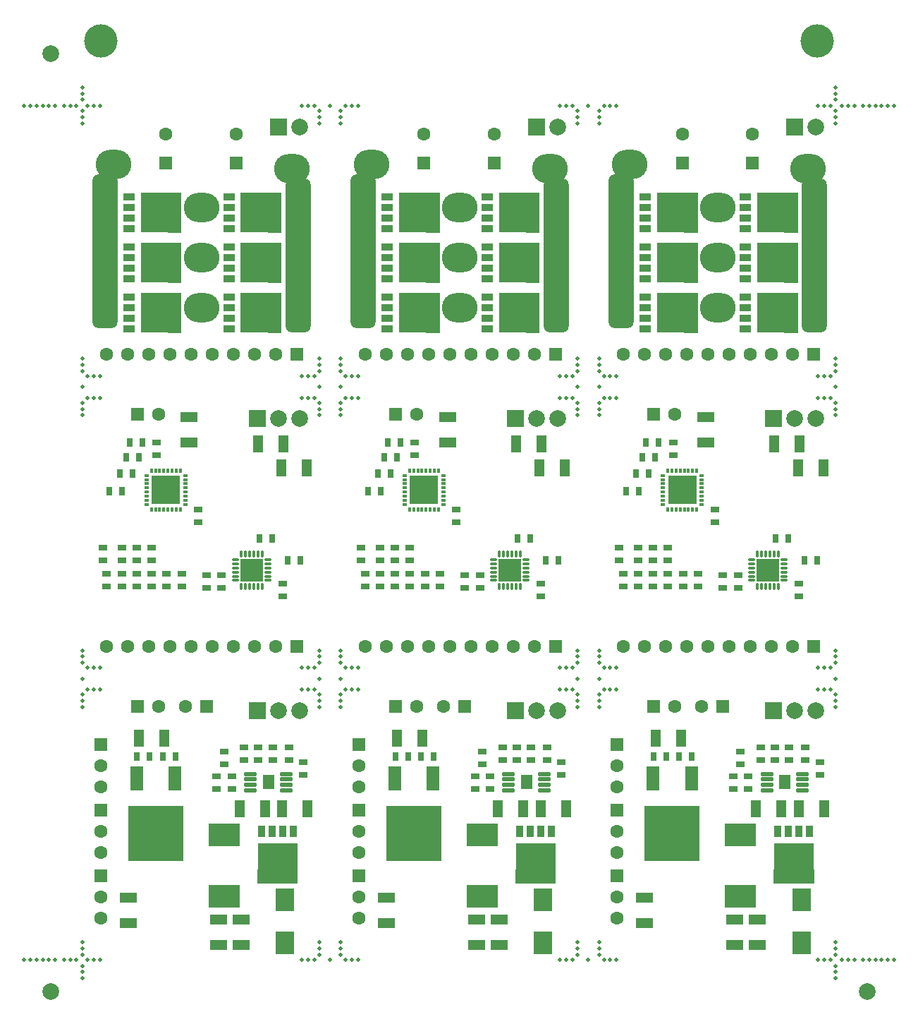
<source format=gts>
%TF.GenerationSoftware,KiCad,Pcbnew,6.0.4-6f826c9f35~116~ubuntu20.04.1*%
%TF.CreationDate,2022-04-22T17:02:12+02:00*%
%TF.ProjectId,crawl_esc_pan,63726177-6c5f-4657-9363-5f70616e2e6b,rev?*%
%TF.SameCoordinates,Original*%
%TF.FileFunction,Soldermask,Top*%
%TF.FilePolarity,Negative*%
%FSLAX46Y46*%
G04 Gerber Fmt 4.6, Leading zero omitted, Abs format (unit mm)*
G04 Created by KiCad (PCBNEW 6.0.4-6f826c9f35~116~ubuntu20.04.1) date 2022-04-22 17:02:12*
%MOMM*%
%LPD*%
G01*
G04 APERTURE LIST*
G04 Aperture macros list*
%AMRoundRect*
0 Rectangle with rounded corners*
0 $1 Rounding radius*
0 $2 $3 $4 $5 $6 $7 $8 $9 X,Y pos of 4 corners*
0 Add a 4 corners polygon primitive as box body*
4,1,4,$2,$3,$4,$5,$6,$7,$8,$9,$2,$3,0*
0 Add four circle primitives for the rounded corners*
1,1,$1+$1,$2,$3*
1,1,$1+$1,$4,$5*
1,1,$1+$1,$6,$7*
1,1,$1+$1,$8,$9*
0 Add four rect primitives between the rounded corners*
20,1,$1+$1,$2,$3,$4,$5,0*
20,1,$1+$1,$4,$5,$6,$7,0*
20,1,$1+$1,$6,$7,$8,$9,0*
20,1,$1+$1,$8,$9,$2,$3,0*%
G04 Aperture macros list end*
%ADD10C,0.000000*%
%ADD11O,4.300000X3.500000*%
%ADD12R,1.016000X0.762000*%
%ADD13C,0.500000*%
%ADD14R,2.006600X1.193800*%
%ADD15R,1.600200X1.600200*%
%ADD16C,1.600200*%
%ADD17C,4.000000*%
%ADD18R,0.762000X1.016000*%
%ADD19R,1.450000X0.850000*%
%ADD20R,1.050000X0.850000*%
%ADD21R,3.750000X4.700000*%
%ADD22R,2.000000X2.000000*%
%ADD23C,2.000000*%
%ADD24R,0.600000X0.300000*%
%ADD25R,0.300000X0.600000*%
%ADD26R,3.450000X3.450000*%
%ADD27RoundRect,0.060000X-0.675000X-0.180000X0.675000X-0.180000X0.675000X0.180000X-0.675000X0.180000X0*%
%ADD28R,1.425000X1.760000*%
%ADD29R,1.193800X2.006600*%
%ADD30R,1.600000X3.000000*%
%ADD31R,6.700000X6.700000*%
%ADD32R,3.810000X2.794000*%
%ADD33RoundRect,0.067500X-0.347500X-0.067500X0.347500X-0.067500X0.347500X0.067500X-0.347500X0.067500X0*%
%ADD34RoundRect,0.067500X0.067500X-0.347500X0.067500X0.347500X-0.067500X0.347500X-0.067500X-0.347500X0*%
%ADD35RoundRect,0.067500X0.347500X0.067500X-0.347500X0.067500X-0.347500X-0.067500X0.347500X-0.067500X0*%
%ADD36RoundRect,0.067500X-0.067500X0.347500X-0.067500X-0.347500X0.067500X-0.347500X0.067500X0.347500X0*%
%ADD37R,2.700000X2.700000*%
%ADD38RoundRect,0.750000X-0.750000X-8.500000X0.750000X-8.500000X0.750000X8.500000X-0.750000X8.500000X0*%
%ADD39R,0.850000X1.450000*%
%ADD40R,0.850000X1.050000*%
%ADD41R,4.700000X3.750000*%
%ADD42R,2.200000X2.700000*%
G04 APERTURE END LIST*
D10*
G36*
X73076098Y-66128597D02*
G01*
X71426100Y-66128597D01*
X71426100Y-65878597D01*
X68326100Y-65878597D01*
X68326100Y-61528597D01*
X71426100Y-61528597D01*
X71426100Y-61278597D01*
X73076098Y-61278597D01*
X73076098Y-66128597D01*
G37*
G36*
X117930642Y-132528376D02*
G01*
X117080642Y-132528376D01*
X117080642Y-131228376D01*
X117930642Y-131228376D01*
X117930642Y-132528376D01*
G37*
G36*
X146390642Y-132528376D02*
G01*
X145540642Y-132528376D01*
X145540642Y-131228376D01*
X146390642Y-131228376D01*
X146390642Y-132528376D01*
G37*
G36*
X135076098Y-72128597D02*
G01*
X133426100Y-72128597D01*
X133426100Y-71878597D01*
X130326100Y-71878597D01*
X130326100Y-67528597D01*
X133426100Y-67528597D01*
X133426100Y-67278599D01*
X135076098Y-67278599D01*
X135076098Y-72128597D01*
G37*
G36*
X67426100Y-57493599D02*
G01*
X66126100Y-57493599D01*
X66126100Y-56643599D01*
X67426100Y-56643599D01*
X67426100Y-57493599D01*
G37*
G36*
X79426100Y-57493599D02*
G01*
X78126100Y-57493599D01*
X78126100Y-56643599D01*
X79426100Y-56643599D01*
X79426100Y-57493599D01*
G37*
G36*
X135076098Y-60128597D02*
G01*
X133426100Y-60128597D01*
X133426100Y-59878597D01*
X130326100Y-59878597D01*
X130326100Y-55528599D01*
X133426100Y-55528599D01*
X133426100Y-55278600D01*
X135076098Y-55278600D01*
X135076098Y-60128597D01*
G37*
G36*
X67426100Y-56223599D02*
G01*
X66126100Y-56223599D01*
X66126100Y-55373599D01*
X67426100Y-55373599D01*
X67426100Y-56223599D01*
G37*
G36*
X79426100Y-58763599D02*
G01*
X78126100Y-58763599D01*
X78126100Y-57913599D01*
X79426100Y-57913599D01*
X79426100Y-58763599D01*
G37*
G36*
X129426100Y-56223599D02*
G01*
X128126100Y-56223599D01*
X128126100Y-55373599D01*
X129426100Y-55373599D01*
X129426100Y-56223599D01*
G37*
G36*
X141426100Y-62223597D02*
G01*
X140126100Y-62223597D01*
X140126100Y-61373597D01*
X141426100Y-61373597D01*
X141426100Y-62223597D01*
G37*
G36*
X67426100Y-72033597D02*
G01*
X66126100Y-72033597D01*
X66126100Y-71183597D01*
X67426100Y-71183597D01*
X67426100Y-72033597D01*
G37*
G36*
X98426100Y-58763599D02*
G01*
X97126100Y-58763599D01*
X97126100Y-57913599D01*
X98426100Y-57913599D01*
X98426100Y-58763599D01*
G37*
G36*
X110426100Y-66033597D02*
G01*
X109126100Y-66033597D01*
X109126100Y-65183597D01*
X110426100Y-65183597D01*
X110426100Y-66033597D01*
G37*
G36*
X148775642Y-136528376D02*
G01*
X149025642Y-136528376D01*
X149025642Y-138178376D01*
X144175642Y-138178376D01*
X144175642Y-136528376D01*
X144425642Y-136528376D01*
X144425642Y-133428378D01*
X148775642Y-133428378D01*
X148775642Y-136528376D01*
G37*
G36*
X117775642Y-136528376D02*
G01*
X118025642Y-136528376D01*
X118025642Y-138178376D01*
X113175642Y-138178376D01*
X113175642Y-136528376D01*
X113425642Y-136528376D01*
X113425642Y-133428378D01*
X117775642Y-133428378D01*
X117775642Y-136528376D01*
G37*
G36*
X67426100Y-70763597D02*
G01*
X66126100Y-70763597D01*
X66126100Y-69913597D01*
X67426100Y-69913597D01*
X67426100Y-70763597D01*
G37*
G36*
X98426100Y-57493599D02*
G01*
X97126100Y-57493599D01*
X97126100Y-56643599D01*
X98426100Y-56643599D01*
X98426100Y-57493599D01*
G37*
G36*
X141426100Y-63493597D02*
G01*
X140126100Y-63493597D01*
X140126100Y-62643597D01*
X141426100Y-62643597D01*
X141426100Y-63493597D01*
G37*
G36*
X141426100Y-60033599D02*
G01*
X140126100Y-60033599D01*
X140126100Y-59183599D01*
X141426100Y-59183599D01*
X141426100Y-60033599D01*
G37*
G36*
X98426100Y-69493597D02*
G01*
X97126100Y-69493597D01*
X97126100Y-68643597D01*
X98426100Y-68643597D01*
X98426100Y-69493597D01*
G37*
G36*
X84390642Y-132528376D02*
G01*
X83540642Y-132528376D01*
X83540642Y-131228376D01*
X84390642Y-131228376D01*
X84390642Y-132528376D01*
G37*
G36*
X110426100Y-56223599D02*
G01*
X109126100Y-56223599D01*
X109126100Y-55373599D01*
X110426100Y-55373599D01*
X110426100Y-56223599D01*
G37*
G36*
X104076098Y-72128597D02*
G01*
X102426100Y-72128597D01*
X102426100Y-71878597D01*
X99326100Y-71878597D01*
X99326100Y-67528597D01*
X102426100Y-67528597D01*
X102426100Y-67278599D01*
X104076098Y-67278599D01*
X104076098Y-72128597D01*
G37*
G36*
X129426100Y-66033597D02*
G01*
X128126100Y-66033597D01*
X128126100Y-65183597D01*
X129426100Y-65183597D01*
X129426100Y-66033597D01*
G37*
G36*
X67426100Y-60033599D02*
G01*
X66126100Y-60033599D01*
X66126100Y-59183599D01*
X67426100Y-59183599D01*
X67426100Y-60033599D01*
G37*
G36*
X86930642Y-132528376D02*
G01*
X86080642Y-132528376D01*
X86080642Y-131228376D01*
X86930642Y-131228376D01*
X86930642Y-132528376D01*
G37*
G36*
X79426100Y-70763597D02*
G01*
X78126100Y-70763597D01*
X78126100Y-69913597D01*
X79426100Y-69913597D01*
X79426100Y-70763597D01*
G37*
G36*
X141426100Y-64763597D02*
G01*
X140126100Y-64763597D01*
X140126100Y-63913597D01*
X141426100Y-63913597D01*
X141426100Y-64763597D01*
G37*
G36*
X147660642Y-132528376D02*
G01*
X146810642Y-132528376D01*
X146810642Y-131228376D01*
X147660642Y-131228376D01*
X147660642Y-132528376D01*
G37*
G36*
X79426100Y-69493597D02*
G01*
X78126100Y-69493597D01*
X78126100Y-68643597D01*
X79426100Y-68643597D01*
X79426100Y-69493597D01*
G37*
G36*
X115390642Y-132528376D02*
G01*
X114540642Y-132528376D01*
X114540642Y-131228376D01*
X115390642Y-131228376D01*
X115390642Y-132528376D01*
G37*
G36*
X79426100Y-60033599D02*
G01*
X78126100Y-60033599D01*
X78126100Y-59183599D01*
X79426100Y-59183599D01*
X79426100Y-60033599D01*
G37*
G36*
X79426100Y-64763597D02*
G01*
X78126100Y-64763597D01*
X78126100Y-63913597D01*
X79426100Y-63913597D01*
X79426100Y-64763597D01*
G37*
G36*
X67426100Y-66033597D02*
G01*
X66126100Y-66033597D01*
X66126100Y-65183597D01*
X67426100Y-65183597D01*
X67426100Y-66033597D01*
G37*
G36*
X116076100Y-60128597D02*
G01*
X114426100Y-60128597D01*
X114426100Y-59878597D01*
X111326100Y-59878597D01*
X111326100Y-55528599D01*
X114426100Y-55528599D01*
X114426100Y-55278600D01*
X116076100Y-55278600D01*
X116076100Y-60128597D01*
G37*
G36*
X129426100Y-69493597D02*
G01*
X128126100Y-69493597D01*
X128126100Y-68643597D01*
X129426100Y-68643597D01*
X129426100Y-69493597D01*
G37*
G36*
X85076100Y-66128597D02*
G01*
X83426100Y-66128597D01*
X83426100Y-65878597D01*
X80326100Y-65878597D01*
X80326100Y-61528597D01*
X83426100Y-61528597D01*
X83426100Y-61278597D01*
X85076100Y-61278597D01*
X85076100Y-66128597D01*
G37*
G36*
X129426100Y-62223597D02*
G01*
X128126100Y-62223597D01*
X128126100Y-61373597D01*
X129426100Y-61373597D01*
X129426100Y-62223597D01*
G37*
G36*
X110426100Y-60033599D02*
G01*
X109126100Y-60033599D01*
X109126100Y-59183599D01*
X110426100Y-59183599D01*
X110426100Y-60033599D01*
G37*
G36*
X67426100Y-58763599D02*
G01*
X66126100Y-58763599D01*
X66126100Y-57913599D01*
X67426100Y-57913599D01*
X67426100Y-58763599D01*
G37*
G36*
X79426100Y-72033597D02*
G01*
X78126100Y-72033597D01*
X78126100Y-71183597D01*
X79426100Y-71183597D01*
X79426100Y-72033597D01*
G37*
G36*
X85076100Y-72128597D02*
G01*
X83426100Y-72128597D01*
X83426100Y-71878597D01*
X80326100Y-71878597D01*
X80326100Y-67528597D01*
X83426100Y-67528597D01*
X83426100Y-67278599D01*
X85076100Y-67278599D01*
X85076100Y-72128597D01*
G37*
G36*
X98426100Y-62223597D02*
G01*
X97126100Y-62223597D01*
X97126100Y-61373597D01*
X98426100Y-61373597D01*
X98426100Y-62223597D01*
G37*
G36*
X73076098Y-72128597D02*
G01*
X71426100Y-72128597D01*
X71426100Y-71878597D01*
X68326100Y-71878597D01*
X68326100Y-67528597D01*
X71426100Y-67528597D01*
X71426100Y-67278599D01*
X73076098Y-67278599D01*
X73076098Y-72128597D01*
G37*
G36*
X110426100Y-68223597D02*
G01*
X109126100Y-68223597D01*
X109126100Y-67373597D01*
X110426100Y-67373597D01*
X110426100Y-68223597D01*
G37*
G36*
X98426100Y-60033599D02*
G01*
X97126100Y-60033599D01*
X97126100Y-59183599D01*
X98426100Y-59183599D01*
X98426100Y-60033599D01*
G37*
G36*
X79426100Y-66033597D02*
G01*
X78126100Y-66033597D01*
X78126100Y-65183597D01*
X79426100Y-65183597D01*
X79426100Y-66033597D01*
G37*
G36*
X141426100Y-66033597D02*
G01*
X140126100Y-66033597D01*
X140126100Y-65183597D01*
X141426100Y-65183597D01*
X141426100Y-66033597D01*
G37*
G36*
X98426100Y-66033597D02*
G01*
X97126100Y-66033597D01*
X97126100Y-65183597D01*
X98426100Y-65183597D01*
X98426100Y-66033597D01*
G37*
G36*
X67426100Y-63493597D02*
G01*
X66126100Y-63493597D01*
X66126100Y-62643597D01*
X67426100Y-62643597D01*
X67426100Y-63493597D01*
G37*
G36*
X79426100Y-63493597D02*
G01*
X78126100Y-63493597D01*
X78126100Y-62643597D01*
X79426100Y-62643597D01*
X79426100Y-63493597D01*
G37*
G36*
X129426100Y-72033597D02*
G01*
X128126100Y-72033597D01*
X128126100Y-71183597D01*
X129426100Y-71183597D01*
X129426100Y-72033597D01*
G37*
G36*
X116076100Y-66128597D02*
G01*
X114426100Y-66128597D01*
X114426100Y-65878597D01*
X111326100Y-65878597D01*
X111326100Y-61528597D01*
X114426100Y-61528597D01*
X114426100Y-61278597D01*
X116076100Y-61278597D01*
X116076100Y-66128597D01*
G37*
G36*
X104076098Y-66128597D02*
G01*
X102426100Y-66128597D01*
X102426100Y-65878597D01*
X99326100Y-65878597D01*
X99326100Y-61528597D01*
X102426100Y-61528597D01*
X102426100Y-61278597D01*
X104076098Y-61278597D01*
X104076098Y-66128597D01*
G37*
G36*
X141426100Y-58763599D02*
G01*
X140126100Y-58763599D01*
X140126100Y-57913599D01*
X141426100Y-57913599D01*
X141426100Y-58763599D01*
G37*
G36*
X141426100Y-68223597D02*
G01*
X140126100Y-68223597D01*
X140126100Y-67373597D01*
X141426100Y-67373597D01*
X141426100Y-68223597D01*
G37*
G36*
X79426100Y-56223599D02*
G01*
X78126100Y-56223599D01*
X78126100Y-55373599D01*
X79426100Y-55373599D01*
X79426100Y-56223599D01*
G37*
G36*
X110426100Y-69493597D02*
G01*
X109126100Y-69493597D01*
X109126100Y-68643597D01*
X110426100Y-68643597D01*
X110426100Y-69493597D01*
G37*
G36*
X110426100Y-58763599D02*
G01*
X109126100Y-58763599D01*
X109126100Y-57913599D01*
X110426100Y-57913599D01*
X110426100Y-58763599D01*
G37*
G36*
X98426100Y-72033597D02*
G01*
X97126100Y-72033597D01*
X97126100Y-71183597D01*
X98426100Y-71183597D01*
X98426100Y-72033597D01*
G37*
G36*
X98426100Y-68223597D02*
G01*
X97126100Y-68223597D01*
X97126100Y-67373597D01*
X98426100Y-67373597D01*
X98426100Y-68223597D01*
G37*
G36*
X83120642Y-132528376D02*
G01*
X82270642Y-132528376D01*
X82270642Y-131228376D01*
X83120642Y-131228376D01*
X83120642Y-132528376D01*
G37*
G36*
X110426100Y-57493599D02*
G01*
X109126100Y-57493599D01*
X109126100Y-56643599D01*
X110426100Y-56643599D01*
X110426100Y-57493599D01*
G37*
G36*
X116660642Y-132528376D02*
G01*
X115810642Y-132528376D01*
X115810642Y-131228376D01*
X116660642Y-131228376D01*
X116660642Y-132528376D01*
G37*
G36*
X141426100Y-72033597D02*
G01*
X140126100Y-72033597D01*
X140126100Y-71183597D01*
X141426100Y-71183597D01*
X141426100Y-72033597D01*
G37*
G36*
X73076098Y-60128597D02*
G01*
X71426100Y-60128597D01*
X71426100Y-59878597D01*
X68326100Y-59878597D01*
X68326100Y-55528599D01*
X71426100Y-55528599D01*
X71426100Y-55278600D01*
X73076098Y-55278600D01*
X73076098Y-60128597D01*
G37*
G36*
X147076100Y-60128597D02*
G01*
X145426100Y-60128597D01*
X145426100Y-59878597D01*
X142326100Y-59878597D01*
X142326100Y-55528599D01*
X145426100Y-55528599D01*
X145426100Y-55278600D01*
X147076100Y-55278600D01*
X147076100Y-60128597D01*
G37*
G36*
X67426100Y-64763597D02*
G01*
X66126100Y-64763597D01*
X66126100Y-63913597D01*
X67426100Y-63913597D01*
X67426100Y-64763597D01*
G37*
G36*
X129426100Y-57493599D02*
G01*
X128126100Y-57493599D01*
X128126100Y-56643599D01*
X129426100Y-56643599D01*
X129426100Y-57493599D01*
G37*
G36*
X141426100Y-70763597D02*
G01*
X140126100Y-70763597D01*
X140126100Y-69913597D01*
X141426100Y-69913597D01*
X141426100Y-70763597D01*
G37*
G36*
X145120642Y-132528376D02*
G01*
X144270642Y-132528376D01*
X144270642Y-131228376D01*
X145120642Y-131228376D01*
X145120642Y-132528376D01*
G37*
G36*
X110426100Y-64763597D02*
G01*
X109126100Y-64763597D01*
X109126100Y-63913597D01*
X110426100Y-63913597D01*
X110426100Y-64763597D01*
G37*
G36*
X104076098Y-60128597D02*
G01*
X102426100Y-60128597D01*
X102426100Y-59878597D01*
X99326100Y-59878597D01*
X99326100Y-55528599D01*
X102426100Y-55528599D01*
X102426100Y-55278600D01*
X104076098Y-55278600D01*
X104076098Y-60128597D01*
G37*
G36*
X147076100Y-66128597D02*
G01*
X145426100Y-66128597D01*
X145426100Y-65878597D01*
X142326100Y-65878597D01*
X142326100Y-61528597D01*
X145426100Y-61528597D01*
X145426100Y-61278597D01*
X147076100Y-61278597D01*
X147076100Y-66128597D01*
G37*
G36*
X110426100Y-70763597D02*
G01*
X109126100Y-70763597D01*
X109126100Y-69913597D01*
X110426100Y-69913597D01*
X110426100Y-70763597D01*
G37*
G36*
X116076100Y-72128597D02*
G01*
X114426100Y-72128597D01*
X114426100Y-71878597D01*
X111326100Y-71878597D01*
X111326100Y-67528597D01*
X114426100Y-67528597D01*
X114426100Y-67278599D01*
X116076100Y-67278599D01*
X116076100Y-72128597D01*
G37*
G36*
X98426100Y-63493597D02*
G01*
X97126100Y-63493597D01*
X97126100Y-62643597D01*
X98426100Y-62643597D01*
X98426100Y-63493597D01*
G37*
G36*
X129426100Y-64763597D02*
G01*
X128126100Y-64763597D01*
X128126100Y-63913597D01*
X129426100Y-63913597D01*
X129426100Y-64763597D01*
G37*
G36*
X67426100Y-69493597D02*
G01*
X66126100Y-69493597D01*
X66126100Y-68643597D01*
X67426100Y-68643597D01*
X67426100Y-69493597D01*
G37*
G36*
X141426100Y-69493597D02*
G01*
X140126100Y-69493597D01*
X140126100Y-68643597D01*
X141426100Y-68643597D01*
X141426100Y-69493597D01*
G37*
G36*
X148930642Y-132528376D02*
G01*
X148080642Y-132528376D01*
X148080642Y-131228376D01*
X148930642Y-131228376D01*
X148930642Y-132528376D01*
G37*
G36*
X129426100Y-70763597D02*
G01*
X128126100Y-70763597D01*
X128126100Y-69913597D01*
X129426100Y-69913597D01*
X129426100Y-70763597D01*
G37*
G36*
X85660642Y-132528376D02*
G01*
X84810642Y-132528376D01*
X84810642Y-131228376D01*
X85660642Y-131228376D01*
X85660642Y-132528376D01*
G37*
G36*
X98426100Y-56223599D02*
G01*
X97126100Y-56223599D01*
X97126100Y-55373599D01*
X98426100Y-55373599D01*
X98426100Y-56223599D01*
G37*
G36*
X141426100Y-57493599D02*
G01*
X140126100Y-57493599D01*
X140126100Y-56643599D01*
X141426100Y-56643599D01*
X141426100Y-57493599D01*
G37*
G36*
X129426100Y-63493597D02*
G01*
X128126100Y-63493597D01*
X128126100Y-62643597D01*
X129426100Y-62643597D01*
X129426100Y-63493597D01*
G37*
G36*
X110426100Y-63493597D02*
G01*
X109126100Y-63493597D01*
X109126100Y-62643597D01*
X110426100Y-62643597D01*
X110426100Y-63493597D01*
G37*
G36*
X110426100Y-62223597D02*
G01*
X109126100Y-62223597D01*
X109126100Y-61373597D01*
X110426100Y-61373597D01*
X110426100Y-62223597D01*
G37*
G36*
X79426100Y-68223597D02*
G01*
X78126100Y-68223597D01*
X78126100Y-67373597D01*
X79426100Y-67373597D01*
X79426100Y-68223597D01*
G37*
G36*
X86775642Y-136528376D02*
G01*
X87025642Y-136528376D01*
X87025642Y-138178376D01*
X82175642Y-138178376D01*
X82175642Y-136528376D01*
X82425642Y-136528376D01*
X82425642Y-133428378D01*
X86775642Y-133428378D01*
X86775642Y-136528376D01*
G37*
G36*
X129426100Y-58763599D02*
G01*
X128126100Y-58763599D01*
X128126100Y-57913599D01*
X129426100Y-57913599D01*
X129426100Y-58763599D01*
G37*
G36*
X129426100Y-60033599D02*
G01*
X128126100Y-60033599D01*
X128126100Y-59183599D01*
X129426100Y-59183599D01*
X129426100Y-60033599D01*
G37*
G36*
X79426100Y-62223597D02*
G01*
X78126100Y-62223597D01*
X78126100Y-61373597D01*
X79426100Y-61373597D01*
X79426100Y-62223597D01*
G37*
G36*
X67426100Y-68223597D02*
G01*
X66126100Y-68223597D01*
X66126100Y-67373597D01*
X67426100Y-67373597D01*
X67426100Y-68223597D01*
G37*
G36*
X67426100Y-62223597D02*
G01*
X66126100Y-62223597D01*
X66126100Y-61373597D01*
X67426100Y-61373597D01*
X67426100Y-62223597D01*
G37*
G36*
X98426100Y-64763597D02*
G01*
X97126100Y-64763597D01*
X97126100Y-63913597D01*
X98426100Y-63913597D01*
X98426100Y-64763597D01*
G37*
G36*
X147076100Y-72128597D02*
G01*
X145426100Y-72128597D01*
X145426100Y-71878597D01*
X142326100Y-71878597D01*
X142326100Y-67528597D01*
X145426100Y-67528597D01*
X145426100Y-67278599D01*
X147076100Y-67278599D01*
X147076100Y-72128597D01*
G37*
G36*
X110426100Y-72033597D02*
G01*
X109126100Y-72033597D01*
X109126100Y-71183597D01*
X110426100Y-71183597D01*
X110426100Y-72033597D01*
G37*
G36*
X141426100Y-56223599D02*
G01*
X140126100Y-56223599D01*
X140126100Y-55373599D01*
X141426100Y-55373599D01*
X141426100Y-56223599D01*
G37*
G36*
X129426100Y-68223597D02*
G01*
X128126100Y-68223597D01*
X128126100Y-67373597D01*
X129426100Y-67373597D01*
X129426100Y-68223597D01*
G37*
G36*
X85076100Y-60128597D02*
G01*
X83426100Y-60128597D01*
X83426100Y-59878597D01*
X80326100Y-59878597D01*
X80326100Y-55528599D01*
X83426100Y-55528599D01*
X83426100Y-55278600D01*
X85076100Y-55278600D01*
X85076100Y-60128597D01*
G37*
G36*
X114120642Y-132528376D02*
G01*
X113270642Y-132528376D01*
X113270642Y-131228376D01*
X114120642Y-131228376D01*
X114120642Y-132528376D01*
G37*
G36*
X98426100Y-70763597D02*
G01*
X97126100Y-70763597D01*
X97126100Y-69913597D01*
X98426100Y-69913597D01*
X98426100Y-70763597D01*
G37*
G36*
X135076098Y-66128597D02*
G01*
X133426100Y-66128597D01*
X133426100Y-65878597D01*
X130326100Y-65878597D01*
X130326100Y-61528597D01*
X133426100Y-61528597D01*
X133426100Y-61278597D01*
X135076098Y-61278597D01*
X135076098Y-66128597D01*
G37*
D11*
%TO.C,TP3*%
X106501100Y-69068597D03*
%TD*%
D12*
%TO.C,C14*%
X85196516Y-103725672D03*
X85196516Y-102201672D03*
%TD*%
D13*
%TO.C,*%
X154901100Y-147303599D03*
%TD*%
D12*
%TO.C,R3*%
X108300644Y-126865376D03*
X108300644Y-125341376D03*
%TD*%
%TO.C,C8*%
X75096516Y-94825672D03*
X75096516Y-93301672D03*
%TD*%
D14*
%TO.C,C11*%
X128700642Y-139879378D03*
X128700642Y-142927378D03*
%TD*%
D13*
%TO.C,*%
X57151100Y-44903599D03*
%TD*%
D15*
%TO.C,ST2*%
X86961100Y-109703597D03*
D16*
X84421100Y-109703597D03*
X81881100Y-109703597D03*
X79341100Y-109703597D03*
X76801100Y-109703597D03*
X74261100Y-109703597D03*
X71721100Y-109703597D03*
X69181100Y-109703597D03*
X66641100Y-109703597D03*
X64101100Y-109703597D03*
%TD*%
D17*
%TO.C,*%
X149401100Y-37103599D03*
%TD*%
D18*
%TO.C,C12*%
X70838642Y-122903376D03*
X72362642Y-122903376D03*
%TD*%
D19*
%TO.C,Q1*%
X78751100Y-67798597D03*
X78751100Y-69068597D03*
X78751100Y-70338597D03*
X78751100Y-71608597D03*
D20*
X84451100Y-71608597D03*
X84451100Y-70338597D03*
X84451100Y-69068597D03*
X84451100Y-67798597D03*
D21*
X82051100Y-69703597D03*
%TD*%
D13*
%TO.C,*%
X55651100Y-147303599D03*
%TD*%
D12*
%TO.C,C8*%
X141100642Y-125341376D03*
X141100642Y-126865376D03*
%TD*%
D18*
%TO.C,C10*%
X128834516Y-85263672D03*
X130358516Y-85263672D03*
%TD*%
D12*
%TO.C,C1*%
X149700644Y-125165376D03*
X149700644Y-123641376D03*
%TD*%
D15*
%TO.C,ST5*%
X63400644Y-137263376D03*
D16*
X63400644Y-139803376D03*
X63400644Y-142343376D03*
%TD*%
D11*
%TO.C,TP3*%
X137501100Y-69068597D03*
%TD*%
D12*
%TO.C,C12*%
X139896515Y-102725672D03*
X139896515Y-101201672D03*
%TD*%
D18*
%TO.C,C7*%
X65672516Y-88963672D03*
X67196516Y-88963672D03*
%TD*%
D22*
%TO.C,ST1*%
X82186517Y-82403599D03*
D23*
X84726517Y-82403599D03*
X87266517Y-82403599D03*
%TD*%
D18*
%TO.C,C16*%
X83958517Y-96763672D03*
X82434517Y-96763672D03*
%TD*%
D13*
%TO.C,*%
X54151100Y-44903599D03*
%TD*%
D14*
%TO.C,C17*%
X108500644Y-142479378D03*
X108500644Y-145527378D03*
%TD*%
D12*
%TO.C,R3*%
X77300644Y-126865376D03*
X77300644Y-125341376D03*
%TD*%
%TO.C,R12*%
X69496517Y-102525670D03*
X69496517Y-101001670D03*
%TD*%
D24*
%TO.C,IC2*%
X68846516Y-89213672D03*
X68846516Y-89713671D03*
X68846516Y-90213670D03*
X68846516Y-90713671D03*
X68846516Y-91213670D03*
X68846516Y-91713672D03*
X68846516Y-92213671D03*
X68846516Y-92713670D03*
D25*
X69446517Y-93313671D03*
X69946516Y-93313671D03*
X70446515Y-93313671D03*
X70946517Y-93313671D03*
X71446516Y-93313671D03*
X71946517Y-93313671D03*
X72446516Y-93313671D03*
X72946515Y-93313671D03*
D24*
X73546516Y-92713670D03*
X73546516Y-92213671D03*
X73546516Y-91713672D03*
X73546516Y-91213670D03*
X73546516Y-90713671D03*
X73546516Y-90213670D03*
X73546516Y-89713671D03*
X73546516Y-89213672D03*
D25*
X72946515Y-88613671D03*
X72446516Y-88613671D03*
X71946517Y-88613671D03*
X71446516Y-88613671D03*
X70946517Y-88613671D03*
X70446515Y-88613671D03*
X69946516Y-88613671D03*
X69446517Y-88613671D03*
D26*
X71196516Y-90963671D03*
%TD*%
D14*
%TO.C,C16*%
X80200644Y-142479378D03*
X80200644Y-145527378D03*
%TD*%
D27*
%TO.C,IC2*%
X112350642Y-125028379D03*
X112350642Y-125678378D03*
X112350642Y-126328379D03*
X112350642Y-126978378D03*
X116650642Y-126978378D03*
X116650642Y-126328379D03*
X116650642Y-125678378D03*
X116650642Y-125028379D03*
D28*
X114500642Y-126003379D03*
%TD*%
D23*
%TO.C,*%
X57401100Y-38603599D03*
%TD*%
D15*
%TO.C,ST3*%
X94400644Y-121503378D03*
D16*
X94400644Y-124043378D03*
X94400644Y-126583378D03*
%TD*%
D13*
%TO.C,*%
X54901100Y-44903599D03*
%TD*%
D29*
%TO.C,C2*%
X147292274Y-85403597D03*
X144244274Y-85403597D03*
%TD*%
D12*
%TO.C,R12*%
X131496517Y-102525670D03*
X131496517Y-101001670D03*
%TD*%
D13*
%TO.C,*%
X61201100Y-146703599D03*
X61201100Y-149553599D03*
X63301100Y-147303599D03*
X61201100Y-148053599D03*
X61201100Y-148803599D03*
X58951100Y-147303599D03*
X60451100Y-147303599D03*
X62551100Y-147303599D03*
X61201100Y-145953599D03*
X61201100Y-145203599D03*
X59701100Y-147303599D03*
X61801100Y-147303599D03*
%TD*%
D30*
%TO.C,IC1*%
X134300644Y-125553376D03*
D31*
X132000644Y-132203376D03*
D30*
X129700642Y-125553376D03*
%TD*%
D18*
%TO.C,C12*%
X101838642Y-122903376D03*
X103362642Y-122903376D03*
%TD*%
D11*
%TO.C,TP1*%
X86301100Y-52403599D03*
%TD*%
D13*
%TO.C,*%
X56401100Y-44903599D03*
%TD*%
D18*
%TO.C,R1*%
X97434516Y-87063671D03*
X98958516Y-87063671D03*
%TD*%
D13*
%TO.C,*%
X158651100Y-147303599D03*
%TD*%
%TO.C,*%
X94301100Y-147303599D03*
X89601100Y-145953599D03*
X92201100Y-145953599D03*
X92201100Y-145203599D03*
X89001100Y-147303599D03*
X90901100Y-147303599D03*
X87501100Y-147303599D03*
X93551100Y-147303599D03*
X89601100Y-145203599D03*
X92201100Y-146703599D03*
X88251100Y-147303599D03*
X89601100Y-146703599D03*
X92801100Y-147303599D03*
%TD*%
D22*
%TO.C,ST1*%
X144186644Y-117403378D03*
D23*
X146726644Y-117403378D03*
X149266644Y-117403378D03*
%TD*%
D32*
%TO.C,D1*%
X140200642Y-132320376D03*
X140200642Y-139686376D03*
%TD*%
D18*
%TO.C,C9*%
X95434515Y-91063671D03*
X96958515Y-91063671D03*
%TD*%
D12*
%TO.C,C14*%
X116196516Y-103725672D03*
X116196516Y-102201672D03*
%TD*%
D33*
%TO.C,IC3*%
X141556515Y-99313672D03*
X141556515Y-99813671D03*
X141556515Y-100313673D03*
X141556515Y-100813672D03*
X141556515Y-101313673D03*
X141556515Y-101813672D03*
D34*
X142246516Y-102503673D03*
X142746515Y-102503673D03*
X143246516Y-102503673D03*
X143746515Y-102503673D03*
X144246517Y-102503673D03*
X144746516Y-102503673D03*
D35*
X145436517Y-101813672D03*
X145436517Y-101313673D03*
X145436517Y-100813672D03*
X145436517Y-100313673D03*
X145436517Y-99813671D03*
X145436517Y-99313672D03*
D36*
X144746516Y-98623671D03*
X144246517Y-98623671D03*
X143746515Y-98623671D03*
X143246516Y-98623671D03*
X142746515Y-98623671D03*
X142246516Y-98623671D03*
D37*
X143496516Y-100563672D03*
%TD*%
D13*
%TO.C,*%
X54151100Y-147303599D03*
%TD*%
D15*
%TO.C,C1*%
X102201100Y-51753597D03*
D16*
X102201100Y-48253600D03*
%TD*%
D12*
%TO.C,R2*%
X111600642Y-121841378D03*
X111600642Y-123365378D03*
%TD*%
%TO.C,R13*%
X73096515Y-102525670D03*
X73096515Y-101001670D03*
%TD*%
D33*
%TO.C,IC3*%
X110556515Y-99313672D03*
X110556515Y-99813671D03*
X110556515Y-100313673D03*
X110556515Y-100813672D03*
X110556515Y-101313673D03*
X110556515Y-101813672D03*
D34*
X111246516Y-102503673D03*
X111746515Y-102503673D03*
X112246516Y-102503673D03*
X112746515Y-102503673D03*
X113246517Y-102503673D03*
X113746516Y-102503673D03*
D35*
X114436517Y-101813672D03*
X114436517Y-101313673D03*
X114436517Y-100813672D03*
X114436517Y-100313673D03*
X114436517Y-99813671D03*
X114436517Y-99313672D03*
D36*
X113746516Y-98623671D03*
X113246517Y-98623671D03*
X112746515Y-98623671D03*
X112246516Y-98623671D03*
X111746515Y-98623671D03*
X111246516Y-98623671D03*
D37*
X112496516Y-100563672D03*
%TD*%
D18*
%TO.C,C9*%
X64434515Y-91063671D03*
X65958515Y-91063671D03*
%TD*%
D12*
%TO.C,R6*%
X69496517Y-97901671D03*
X69496517Y-99425671D03*
%TD*%
D13*
%TO.C,*%
X57901100Y-147303599D03*
%TD*%
D18*
%TO.C,C16*%
X114958517Y-96763672D03*
X113434517Y-96763672D03*
%TD*%
D12*
%TO.C,C7*%
X86000642Y-121841378D03*
X86000642Y-123365378D03*
%TD*%
D15*
%TO.C,ST2*%
X98796642Y-116908378D03*
D16*
X101336642Y-116908378D03*
%TD*%
D13*
%TO.C,*%
X57151100Y-147303599D03*
%TD*%
D27*
%TO.C,IC2*%
X81350642Y-125028379D03*
X81350642Y-125678378D03*
X81350642Y-126328379D03*
X81350642Y-126978378D03*
X85650642Y-126978378D03*
X85650642Y-126328379D03*
X85650642Y-125678378D03*
X85650642Y-125028379D03*
D28*
X83500642Y-126003379D03*
%TD*%
D15*
%TO.C,ST3*%
X63400644Y-121503378D03*
D16*
X63400644Y-124043378D03*
X63400644Y-126583378D03*
%TD*%
D19*
%TO.C,Q9*%
X66751100Y-61798597D03*
X66751100Y-63068597D03*
X66751100Y-64338597D03*
X66751100Y-65608597D03*
D20*
X72451098Y-65608597D03*
X72451098Y-64338597D03*
X72451098Y-63068597D03*
X72451098Y-61798597D03*
D21*
X70051098Y-63703597D03*
%TD*%
D22*
%TO.C,ST1*%
X144186517Y-82403599D03*
D23*
X146726517Y-82403599D03*
X149266517Y-82403599D03*
%TD*%
D11*
%TO.C,TP1*%
X117301100Y-52403599D03*
%TD*%
D12*
%TO.C,R6*%
X100496517Y-97901671D03*
X100496517Y-99425671D03*
%TD*%
D38*
%TO.C,*%
X149101102Y-62803599D03*
%TD*%
D15*
%TO.C,C1*%
X71201100Y-51753597D03*
D16*
X71201100Y-48253600D03*
%TD*%
D15*
%TO.C,ST2*%
X129796642Y-116908378D03*
D16*
X132336642Y-116908378D03*
%TD*%
D19*
%TO.C,Q9*%
X128751100Y-61798597D03*
X128751100Y-63068597D03*
X128751100Y-64338597D03*
X128751100Y-65608597D03*
D20*
X134451098Y-65608597D03*
X134451098Y-64338597D03*
X134451098Y-63068597D03*
X134451098Y-61798597D03*
D21*
X132051098Y-63703597D03*
%TD*%
D24*
%TO.C,IC2*%
X99846516Y-89213672D03*
X99846516Y-89713671D03*
X99846516Y-90213670D03*
X99846516Y-90713671D03*
X99846516Y-91213670D03*
X99846516Y-91713672D03*
X99846516Y-92213671D03*
X99846516Y-92713670D03*
D25*
X100446517Y-93313671D03*
X100946516Y-93313671D03*
X101446515Y-93313671D03*
X101946517Y-93313671D03*
X102446516Y-93313671D03*
X102946517Y-93313671D03*
X103446516Y-93313671D03*
X103946515Y-93313671D03*
D24*
X104546516Y-92713670D03*
X104546516Y-92213671D03*
X104546516Y-91713672D03*
X104546516Y-91213670D03*
X104546516Y-90713671D03*
X104546516Y-90213670D03*
X104546516Y-89713671D03*
X104546516Y-89213672D03*
D25*
X103946515Y-88613671D03*
X103446516Y-88613671D03*
X102946517Y-88613671D03*
X102446516Y-88613671D03*
X101946517Y-88613671D03*
X101446515Y-88613671D03*
X100946516Y-88613671D03*
X100446517Y-88613671D03*
D26*
X102196516Y-90963671D03*
%TD*%
D12*
%TO.C,R2*%
X80600642Y-121841378D03*
X80600642Y-123365378D03*
%TD*%
D18*
%TO.C,R1*%
X66434516Y-87063671D03*
X67958516Y-87063671D03*
%TD*%
D12*
%TO.C,C12*%
X77896515Y-102725672D03*
X77896515Y-101201672D03*
%TD*%
D19*
%TO.C,Q1*%
X140751100Y-67798597D03*
X140751100Y-69068597D03*
X140751100Y-70338597D03*
X140751100Y-71608597D03*
D20*
X146451100Y-71608597D03*
X146451100Y-70338597D03*
X146451100Y-69068597D03*
X146451100Y-67798597D03*
D21*
X144051100Y-69703597D03*
%TD*%
D13*
%TO.C,*%
X155651100Y-44903599D03*
%TD*%
D19*
%TO.C,Q7*%
X66751100Y-67798597D03*
X66751100Y-69068597D03*
X66751100Y-70338597D03*
X66751100Y-71608597D03*
D20*
X72451098Y-71608597D03*
X72451098Y-70338597D03*
X72451098Y-69068597D03*
X72451098Y-67798597D03*
D21*
X70051098Y-69703597D03*
%TD*%
D30*
%TO.C,IC1*%
X103300644Y-125553376D03*
D31*
X101000644Y-132203376D03*
D30*
X98700642Y-125553376D03*
%TD*%
D12*
%TO.C,R2*%
X142600642Y-121841378D03*
X142600642Y-123365378D03*
%TD*%
D19*
%TO.C,Q5*%
X140751100Y-55798599D03*
X140751100Y-57068599D03*
X140751100Y-58338599D03*
X140751100Y-59608599D03*
D20*
X146451100Y-59608599D03*
X146451100Y-58338599D03*
X146451100Y-57068599D03*
X146451100Y-55798599D03*
D21*
X144051100Y-57703599D03*
%TD*%
D18*
%TO.C,C13*%
X131262644Y-122903376D03*
X129738644Y-122903376D03*
%TD*%
%TO.C,C13*%
X100262644Y-122903376D03*
X98738644Y-122903376D03*
%TD*%
D11*
%TO.C,TP5*%
X75501100Y-57068599D03*
%TD*%
D12*
%TO.C,C3*%
X76096516Y-102725672D03*
X76096516Y-101201672D03*
%TD*%
D14*
%TO.C,C5*%
X105001100Y-85227599D03*
X105001100Y-82179599D03*
%TD*%
D39*
%TO.C,Q2*%
X117505642Y-131953376D03*
X116235642Y-131953376D03*
X114965642Y-131953376D03*
X113695642Y-131953376D03*
D40*
X113695642Y-137653376D03*
X114965642Y-137653376D03*
X116235642Y-137653376D03*
X117505642Y-137653376D03*
D41*
X115600642Y-135253376D03*
%TD*%
D11*
%TO.C,TP2*%
X126901100Y-51903597D03*
%TD*%
D13*
%TO.C,*%
X157151100Y-44903599D03*
%TD*%
D11*
%TO.C,TP4*%
X106501100Y-63068597D03*
%TD*%
D19*
%TO.C,Q5*%
X109751100Y-55798599D03*
X109751100Y-57068599D03*
X109751100Y-58338599D03*
X109751100Y-59608599D03*
D20*
X115451100Y-59608599D03*
X115451100Y-58338599D03*
X115451100Y-57068599D03*
X115451100Y-55798599D03*
D21*
X113051100Y-57703599D03*
%TD*%
D15*
%TO.C,ST6*%
X107070644Y-116903376D03*
D16*
X104530644Y-116903376D03*
%TD*%
D11*
%TO.C,TP2*%
X64901100Y-51903597D03*
%TD*%
D15*
%TO.C,ST3*%
X98796416Y-81908502D03*
D16*
X101336416Y-81908502D03*
%TD*%
D13*
%TO.C,*%
X92201100Y-80503599D03*
X92201100Y-78603599D03*
X92801100Y-77303599D03*
X92201100Y-75203599D03*
X92201100Y-82003599D03*
X94301100Y-79903599D03*
X89601100Y-75203599D03*
X92801100Y-79903599D03*
X93551100Y-77303599D03*
X89601100Y-80503599D03*
X93551100Y-79903599D03*
X89601100Y-76703599D03*
X89601100Y-75953599D03*
X87501100Y-79903599D03*
X88251100Y-77303599D03*
X92201100Y-81253599D03*
X89601100Y-78603599D03*
X89601100Y-82003599D03*
X89601100Y-81253599D03*
X92201100Y-76703599D03*
X89001100Y-79903599D03*
X87501100Y-77303599D03*
X92201100Y-75953599D03*
X94301100Y-77303599D03*
X89001100Y-77303599D03*
X88251100Y-79903599D03*
%TD*%
%TO.C,*%
X155651100Y-147303599D03*
%TD*%
D29*
%TO.C,C1*%
X116077100Y-88303597D03*
X119125100Y-88303597D03*
%TD*%
D11*
%TO.C,TP4*%
X75501100Y-63068597D03*
%TD*%
D12*
%TO.C,R12*%
X100496517Y-102525670D03*
X100496517Y-101001670D03*
%TD*%
D29*
%TO.C,C6*%
X80076642Y-129203376D03*
X83124642Y-129203376D03*
%TD*%
D27*
%TO.C,IC2*%
X143350642Y-125028379D03*
X143350642Y-125678378D03*
X143350642Y-126328379D03*
X143350642Y-126978378D03*
X147650642Y-126978378D03*
X147650642Y-126328379D03*
X147650642Y-125678378D03*
X147650642Y-125028379D03*
D28*
X145500642Y-126003379D03*
%TD*%
D29*
%TO.C,C1*%
X85077100Y-88303597D03*
X88125100Y-88303597D03*
%TD*%
D19*
%TO.C,Q5*%
X78751100Y-55798599D03*
X78751100Y-57068599D03*
X78751100Y-58338599D03*
X78751100Y-59608599D03*
D20*
X84451100Y-59608599D03*
X84451100Y-58338599D03*
X84451100Y-57068599D03*
X84451100Y-55798599D03*
D21*
X82051100Y-57703599D03*
%TD*%
D18*
%TO.C,C10*%
X66834516Y-85263672D03*
X68358516Y-85263672D03*
%TD*%
D13*
%TO.C,*%
X157901100Y-147303599D03*
%TD*%
D18*
%TO.C,C16*%
X145958517Y-96763672D03*
X144434517Y-96763672D03*
%TD*%
D12*
%TO.C,C1*%
X118700644Y-125165376D03*
X118700644Y-123641376D03*
%TD*%
D15*
%TO.C,ST2*%
X148961100Y-109703597D03*
D16*
X146421100Y-109703597D03*
X143881100Y-109703597D03*
X141341100Y-109703597D03*
X138801100Y-109703597D03*
X136261100Y-109703597D03*
X133721100Y-109703597D03*
X131181100Y-109703597D03*
X128641100Y-109703597D03*
X126101100Y-109703597D03*
%TD*%
D15*
%TO.C,C1*%
X133201100Y-51753597D03*
D16*
X133201100Y-48253600D03*
%TD*%
D12*
%TO.C,R8*%
X98696515Y-97901671D03*
X98696515Y-99425671D03*
%TD*%
D15*
%TO.C,ST6*%
X138070644Y-116903376D03*
D16*
X135530644Y-116903376D03*
%TD*%
D19*
%TO.C,Q7*%
X97751100Y-67798597D03*
X97751100Y-69068597D03*
X97751100Y-70338597D03*
X97751100Y-71608597D03*
D20*
X103451098Y-71608597D03*
X103451098Y-70338597D03*
X103451098Y-69068597D03*
X103451098Y-67798597D03*
D21*
X101051098Y-69703597D03*
%TD*%
D15*
%TO.C,ST2*%
X117961100Y-109703597D03*
D16*
X115421100Y-109703597D03*
X112881100Y-109703597D03*
X110341100Y-109703597D03*
X107801100Y-109703597D03*
X105261100Y-109703597D03*
X102721100Y-109703597D03*
X100181100Y-109703597D03*
X97641100Y-109703597D03*
X95101100Y-109703597D03*
%TD*%
D19*
%TO.C,Q3*%
X109751100Y-61798597D03*
X109751100Y-63068597D03*
X109751100Y-64338597D03*
X109751100Y-65608597D03*
D20*
X115451100Y-65608597D03*
X115451100Y-64338597D03*
X115451100Y-63068597D03*
X115451100Y-61798597D03*
D21*
X113051100Y-63703597D03*
%TD*%
D13*
%TO.C,*%
X151001100Y-44903599D03*
X151601100Y-46253599D03*
X153101100Y-44903599D03*
X150251100Y-44903599D03*
X151601100Y-42653599D03*
X149501100Y-44903599D03*
X151601100Y-47003599D03*
X153851100Y-44903599D03*
X151601100Y-45503599D03*
X151601100Y-43403599D03*
X152351100Y-44903599D03*
X151601100Y-44153599D03*
%TD*%
D12*
%TO.C,C2*%
X82300642Y-121841378D03*
X82300642Y-123365378D03*
%TD*%
D13*
%TO.C,*%
X150251100Y-112303599D03*
X151001100Y-112303599D03*
X151601100Y-111703599D03*
X151601100Y-113603599D03*
X151601100Y-117003599D03*
X151601100Y-115503599D03*
X151601100Y-110203599D03*
X150251100Y-114903599D03*
X151001100Y-114903599D03*
X149501100Y-114903599D03*
X151601100Y-116253599D03*
X151601100Y-110953599D03*
X149501100Y-112303599D03*
%TD*%
D17*
%TO.C,*%
X63401100Y-37103599D03*
%TD*%
D23*
%TO.C,*%
X155401100Y-151103599D03*
%TD*%
D15*
%TO.C,ST4*%
X63400644Y-129363376D03*
D16*
X63400644Y-131903376D03*
X63400644Y-134443376D03*
%TD*%
D12*
%TO.C,C2*%
X144300642Y-121841378D03*
X144300642Y-123365378D03*
%TD*%
D22*
%TO.C,ST1*%
X113186644Y-117403378D03*
D23*
X115726644Y-117403378D03*
X118266644Y-117403378D03*
%TD*%
D14*
%TO.C,C17*%
X77500644Y-142479378D03*
X77500644Y-145527378D03*
%TD*%
D12*
%TO.C,R13*%
X104096515Y-102525670D03*
X104096515Y-101001670D03*
%TD*%
%TO.C,R6*%
X131496517Y-97901671D03*
X131496517Y-99425671D03*
%TD*%
D13*
%TO.C,*%
X157151100Y-147303599D03*
%TD*%
D19*
%TO.C,Q11*%
X66751100Y-55798599D03*
X66751100Y-57068599D03*
X66751100Y-58338599D03*
X66751100Y-59608599D03*
D20*
X72451098Y-59608599D03*
X72451098Y-58338599D03*
X72451098Y-57068599D03*
X72451098Y-55798599D03*
D21*
X70051098Y-57703599D03*
%TD*%
D14*
%TO.C,C17*%
X139500644Y-142479378D03*
X139500644Y-145527378D03*
%TD*%
D29*
%TO.C,C14*%
X102024642Y-120703376D03*
X98976642Y-120703376D03*
%TD*%
D32*
%TO.C,D1*%
X109200642Y-132320376D03*
X109200642Y-139686376D03*
%TD*%
D15*
%TO.C,ST5*%
X125400644Y-137263376D03*
D16*
X125400644Y-139803376D03*
X125400644Y-142343376D03*
%TD*%
D15*
%TO.C,ST3*%
X67796416Y-81908502D03*
D16*
X70336416Y-81908502D03*
%TD*%
D13*
%TO.C,*%
X151001100Y-77303599D03*
X149501100Y-77303599D03*
X149501100Y-79903599D03*
X150251100Y-77303599D03*
X151601100Y-80503599D03*
X151601100Y-81253599D03*
X151601100Y-75203599D03*
X151001100Y-79903599D03*
X151601100Y-76703599D03*
X151601100Y-75953599D03*
X151601100Y-78603599D03*
X151601100Y-82003599D03*
X150251100Y-79903599D03*
%TD*%
D12*
%TO.C,C7*%
X117000642Y-121841378D03*
X117000642Y-123365378D03*
%TD*%
D19*
%TO.C,Q11*%
X128751100Y-55798599D03*
X128751100Y-57068599D03*
X128751100Y-58338599D03*
X128751100Y-59608599D03*
D20*
X134451098Y-59608599D03*
X134451098Y-58338599D03*
X134451098Y-57068599D03*
X134451098Y-55798599D03*
D21*
X132051098Y-57703599D03*
%TD*%
D15*
%TO.C,ST4*%
X125400644Y-129363376D03*
D16*
X125400644Y-131903376D03*
X125400644Y-134443376D03*
%TD*%
D15*
%TO.C,ST6*%
X76070644Y-116903376D03*
D16*
X73530644Y-116903376D03*
%TD*%
D19*
%TO.C,Q11*%
X97751100Y-55798599D03*
X97751100Y-57068599D03*
X97751100Y-58338599D03*
X97751100Y-59608599D03*
D20*
X103451098Y-59608599D03*
X103451098Y-58338599D03*
X103451098Y-57068599D03*
X103451098Y-55798599D03*
D21*
X101051098Y-57703599D03*
%TD*%
D12*
%TO.C,R1*%
X146000644Y-123365378D03*
X146000644Y-121841378D03*
%TD*%
%TO.C,R10*%
X96896516Y-97901671D03*
X96896516Y-99425671D03*
%TD*%
%TO.C,R9*%
X64096515Y-102525670D03*
X64096515Y-101001670D03*
%TD*%
D38*
%TO.C,*%
X118101102Y-62803599D03*
%TD*%
D14*
%TO.C,C5*%
X74001100Y-85227599D03*
X74001100Y-82179599D03*
%TD*%
D18*
%TO.C,C10*%
X97834516Y-85263672D03*
X99358516Y-85263672D03*
%TD*%
D19*
%TO.C,Q9*%
X97751100Y-61798597D03*
X97751100Y-63068597D03*
X97751100Y-64338597D03*
X97751100Y-65608597D03*
D20*
X103451098Y-65608597D03*
X103451098Y-64338597D03*
X103451098Y-63068597D03*
X103451098Y-61798597D03*
D21*
X101051098Y-63703597D03*
%TD*%
D42*
%TO.C,L1*%
X147500642Y-140153378D03*
X147500642Y-145253378D03*
%TD*%
D12*
%TO.C,C8*%
X110100642Y-125341376D03*
X110100642Y-126865376D03*
%TD*%
D13*
%TO.C,*%
X157901100Y-44903599D03*
%TD*%
D12*
%TO.C,C1*%
X87700644Y-125165376D03*
X87700644Y-123641376D03*
%TD*%
D33*
%TO.C,IC3*%
X79556515Y-99313672D03*
X79556515Y-99813671D03*
X79556515Y-100313673D03*
X79556515Y-100813672D03*
X79556515Y-101313673D03*
X79556515Y-101813672D03*
D34*
X80246516Y-102503673D03*
X80746515Y-102503673D03*
X81246516Y-102503673D03*
X81746515Y-102503673D03*
X82246517Y-102503673D03*
X82746516Y-102503673D03*
D35*
X83436517Y-101813672D03*
X83436517Y-101313673D03*
X83436517Y-100813672D03*
X83436517Y-100313673D03*
X83436517Y-99813671D03*
X83436517Y-99313672D03*
D36*
X82746516Y-98623671D03*
X82246517Y-98623671D03*
X81746515Y-98623671D03*
X81246516Y-98623671D03*
X80746515Y-98623671D03*
X80246516Y-98623671D03*
D37*
X81496516Y-100563672D03*
%TD*%
D12*
%TO.C,R3*%
X63601100Y-97901671D03*
X63601100Y-99425671D03*
%TD*%
D15*
%TO.C,C2*%
X110601100Y-51753597D03*
D16*
X110601100Y-48253600D03*
%TD*%
D11*
%TO.C,TP3*%
X75501100Y-69068597D03*
%TD*%
D12*
%TO.C,R7*%
X129696515Y-102525670D03*
X129696515Y-101001670D03*
%TD*%
D29*
%TO.C,C4*%
X119224642Y-129203376D03*
X116176642Y-129203376D03*
%TD*%
D13*
%TO.C,*%
X158651100Y-44903599D03*
%TD*%
D12*
%TO.C,C14*%
X147196516Y-103725672D03*
X147196516Y-102201672D03*
%TD*%
D29*
%TO.C,C6*%
X111076642Y-129203376D03*
X114124642Y-129203376D03*
%TD*%
D38*
%TO.C,*%
X63901102Y-62303597D03*
%TD*%
D24*
%TO.C,IC2*%
X130846516Y-89213672D03*
X130846516Y-89713671D03*
X130846516Y-90213670D03*
X130846516Y-90713671D03*
X130846516Y-91213670D03*
X130846516Y-91713672D03*
X130846516Y-92213671D03*
X130846516Y-92713670D03*
D25*
X131446517Y-93313671D03*
X131946516Y-93313671D03*
X132446515Y-93313671D03*
X132946517Y-93313671D03*
X133446516Y-93313671D03*
X133946517Y-93313671D03*
X134446516Y-93313671D03*
X134946515Y-93313671D03*
D24*
X135546516Y-92713670D03*
X135546516Y-92213671D03*
X135546516Y-91713672D03*
X135546516Y-91213670D03*
X135546516Y-90713671D03*
X135546516Y-90213670D03*
X135546516Y-89713671D03*
X135546516Y-89213672D03*
D25*
X134946515Y-88613671D03*
X134446516Y-88613671D03*
X133946517Y-88613671D03*
X133446516Y-88613671D03*
X132946517Y-88613671D03*
X132446515Y-88613671D03*
X131946516Y-88613671D03*
X131446517Y-88613671D03*
D26*
X133196516Y-90963671D03*
%TD*%
D12*
%TO.C,R5*%
X133296516Y-102525670D03*
X133296516Y-101001670D03*
%TD*%
%TO.C,C12*%
X108896515Y-102725672D03*
X108896515Y-101201672D03*
%TD*%
D13*
%TO.C,*%
X120601100Y-47003599D03*
X121901100Y-44903599D03*
X123801100Y-44903599D03*
X123201100Y-46253599D03*
X123201100Y-45503599D03*
X119251100Y-44903599D03*
X125301100Y-44903599D03*
X123201100Y-47003599D03*
X118501100Y-44903599D03*
X120001100Y-44903599D03*
X120601100Y-46253599D03*
X124551100Y-44903599D03*
X120601100Y-45503599D03*
%TD*%
%TO.C,*%
X89601100Y-111703599D03*
X89001100Y-114903599D03*
X88251100Y-112303599D03*
X94301100Y-112303599D03*
X92801100Y-112303599D03*
X89601100Y-110953599D03*
X93551100Y-114903599D03*
X89001100Y-112303599D03*
X92801100Y-114903599D03*
X92201100Y-110203599D03*
X92201100Y-115503599D03*
X87501100Y-112303599D03*
X92201100Y-110953599D03*
X89601100Y-116253599D03*
X92201100Y-117003599D03*
X92201100Y-113603599D03*
X94301100Y-114903599D03*
X93551100Y-112303599D03*
X89601100Y-117003599D03*
X88251100Y-114903599D03*
X89601100Y-110203599D03*
X92201100Y-111703599D03*
X92201100Y-116253599D03*
X87501100Y-114903599D03*
X89601100Y-113603599D03*
X89601100Y-115503599D03*
%TD*%
D12*
%TO.C,C7*%
X148000642Y-121841378D03*
X148000642Y-123365378D03*
%TD*%
D29*
%TO.C,C14*%
X133024642Y-120703376D03*
X129976642Y-120703376D03*
%TD*%
D12*
%TO.C,C2*%
X113300642Y-121841378D03*
X113300642Y-123365378D03*
%TD*%
D18*
%TO.C,C12*%
X132838642Y-122903376D03*
X134362642Y-122903376D03*
%TD*%
D12*
%TO.C,C8*%
X137096516Y-94825672D03*
X137096516Y-93301672D03*
%TD*%
%TO.C,R2*%
X70096516Y-86825673D03*
X70096516Y-85301673D03*
%TD*%
D13*
%TO.C,*%
X57901100Y-44903599D03*
%TD*%
%TO.C,*%
X156401100Y-147303599D03*
%TD*%
D12*
%TO.C,R4*%
X140200642Y-123865376D03*
X140200642Y-122341376D03*
%TD*%
D29*
%TO.C,C4*%
X150224642Y-129203376D03*
X147176642Y-129203376D03*
%TD*%
D12*
%TO.C,C3*%
X107096516Y-102725672D03*
X107096516Y-101201672D03*
%TD*%
D13*
%TO.C,*%
X88251100Y-44903599D03*
X89601100Y-45503599D03*
X89601100Y-47003599D03*
X93551100Y-44903599D03*
X92201100Y-46253599D03*
X92801100Y-44903599D03*
X87501100Y-44903599D03*
X92201100Y-47003599D03*
X94301100Y-44903599D03*
X90901100Y-44903599D03*
X92201100Y-45503599D03*
X89001100Y-44903599D03*
X89601100Y-46253599D03*
%TD*%
D19*
%TO.C,Q1*%
X109751100Y-67798597D03*
X109751100Y-69068597D03*
X109751100Y-70338597D03*
X109751100Y-71608597D03*
D20*
X115451100Y-71608597D03*
X115451100Y-70338597D03*
X115451100Y-69068597D03*
X115451100Y-67798597D03*
D21*
X113051100Y-69703597D03*
%TD*%
D13*
%TO.C,*%
X56401100Y-147303599D03*
%TD*%
D12*
%TO.C,R13*%
X135096515Y-102525670D03*
X135096515Y-101001670D03*
%TD*%
D18*
%TO.C,C15*%
X149363100Y-99403597D03*
X147839100Y-99403597D03*
%TD*%
D12*
%TO.C,R10*%
X127896516Y-97901671D03*
X127896516Y-99425671D03*
%TD*%
D19*
%TO.C,Q3*%
X78751100Y-61798597D03*
X78751100Y-63068597D03*
X78751100Y-64338597D03*
X78751100Y-65608597D03*
D20*
X84451100Y-65608597D03*
X84451100Y-64338597D03*
X84451100Y-63068597D03*
X84451100Y-61798597D03*
D21*
X82051100Y-63703597D03*
%TD*%
D14*
%TO.C,C11*%
X66700642Y-139879378D03*
X66700642Y-142927378D03*
%TD*%
D18*
%TO.C,C9*%
X126434515Y-91063671D03*
X127958515Y-91063671D03*
%TD*%
D13*
%TO.C,*%
X156401100Y-44903599D03*
%TD*%
D12*
%TO.C,R3*%
X139300644Y-126865376D03*
X139300644Y-125341376D03*
%TD*%
D18*
%TO.C,C15*%
X87363100Y-99403597D03*
X85839100Y-99403597D03*
%TD*%
D38*
%TO.C,*%
X94901102Y-62303597D03*
%TD*%
D29*
%TO.C,C14*%
X71024642Y-120703376D03*
X67976642Y-120703376D03*
%TD*%
D12*
%TO.C,R8*%
X129696515Y-97901671D03*
X129696515Y-99425671D03*
%TD*%
D22*
%TO.C,ST1*%
X113186517Y-82403599D03*
D23*
X115726517Y-82403599D03*
X118266517Y-82403599D03*
%TD*%
D13*
%TO.C,*%
X124551100Y-77303599D03*
X120601100Y-76703599D03*
X120601100Y-80503599D03*
X123801100Y-79903599D03*
X120601100Y-82003599D03*
X119251100Y-77303599D03*
X123201100Y-75953599D03*
X118501100Y-79903599D03*
X123201100Y-75203599D03*
X119251100Y-79903599D03*
X120001100Y-79903599D03*
X123201100Y-80503599D03*
X120001100Y-77303599D03*
X125301100Y-79903599D03*
X123201100Y-82003599D03*
X120601100Y-78603599D03*
X120601100Y-75203599D03*
X123201100Y-78603599D03*
X120601100Y-75953599D03*
X123801100Y-77303599D03*
X123201100Y-76703599D03*
X124551100Y-79903599D03*
X123201100Y-81253599D03*
X125301100Y-77303599D03*
X118501100Y-77303599D03*
X120601100Y-81253599D03*
%TD*%
D22*
%TO.C,ST1*%
X82186644Y-117403378D03*
D23*
X84726644Y-117403378D03*
X87266644Y-117403378D03*
%TD*%
D14*
%TO.C,C16*%
X142200644Y-142479378D03*
X142200644Y-145527378D03*
%TD*%
D29*
%TO.C,C6*%
X142076642Y-129203376D03*
X145124642Y-129203376D03*
%TD*%
D12*
%TO.C,R4*%
X109200642Y-123865376D03*
X109200642Y-122341376D03*
%TD*%
D19*
%TO.C,Q3*%
X140751100Y-61798597D03*
X140751100Y-63068597D03*
X140751100Y-64338597D03*
X140751100Y-65608597D03*
D20*
X146451100Y-65608597D03*
X146451100Y-64338597D03*
X146451100Y-63068597D03*
X146451100Y-61798597D03*
D21*
X144051100Y-63703597D03*
%TD*%
D29*
%TO.C,C4*%
X88224642Y-129203376D03*
X85176642Y-129203376D03*
%TD*%
D14*
%TO.C,C5*%
X136001100Y-85227599D03*
X136001100Y-82179599D03*
%TD*%
D18*
%TO.C,C7*%
X96672516Y-88963672D03*
X98196516Y-88963672D03*
%TD*%
%TO.C,C15*%
X118363100Y-99403597D03*
X116839100Y-99403597D03*
%TD*%
D11*
%TO.C,TP2*%
X95901100Y-51903597D03*
%TD*%
D42*
%TO.C,L1*%
X116500642Y-140153378D03*
X116500642Y-145253378D03*
%TD*%
D29*
%TO.C,C2*%
X116292274Y-85403597D03*
X113244274Y-85403597D03*
%TD*%
D39*
%TO.C,Q2*%
X148505642Y-131953376D03*
X147235642Y-131953376D03*
X145965642Y-131953376D03*
X144695642Y-131953376D03*
D40*
X144695642Y-137653376D03*
X145965642Y-137653376D03*
X147235642Y-137653376D03*
X148505642Y-137653376D03*
D41*
X146600642Y-135253376D03*
%TD*%
D12*
%TO.C,R11*%
X96896516Y-102525670D03*
X96896516Y-101001670D03*
%TD*%
D11*
%TO.C,TP5*%
X137501100Y-57068599D03*
%TD*%
D30*
%TO.C,IC1*%
X72300644Y-125553376D03*
D31*
X70000644Y-132203376D03*
D30*
X67700642Y-125553376D03*
%TD*%
D15*
%TO.C,ST3*%
X129796416Y-81908502D03*
D16*
X132336416Y-81908502D03*
%TD*%
D12*
%TO.C,C3*%
X138096516Y-102725672D03*
X138096516Y-101201672D03*
%TD*%
D15*
%TO.C,ST3*%
X125400644Y-121503378D03*
D16*
X125400644Y-124043378D03*
X125400644Y-126583378D03*
%TD*%
D11*
%TO.C,TP4*%
X137501100Y-63068597D03*
%TD*%
D29*
%TO.C,C2*%
X85292274Y-85403597D03*
X82244274Y-85403597D03*
%TD*%
%TO.C,C1*%
X147077100Y-88303597D03*
X150125100Y-88303597D03*
%TD*%
D15*
%TO.C,ST5*%
X94400644Y-137263376D03*
D16*
X94400644Y-139803376D03*
X94400644Y-142343376D03*
%TD*%
D12*
%TO.C,R7*%
X67696515Y-102525670D03*
X67696515Y-101001670D03*
%TD*%
D13*
%TO.C,*%
X120001100Y-112303599D03*
X119251100Y-112303599D03*
X123801100Y-114903599D03*
X120601100Y-117003599D03*
X120601100Y-111703599D03*
X123201100Y-115503599D03*
X120601100Y-110203599D03*
X120601100Y-110953599D03*
X123201100Y-111703599D03*
X118501100Y-114903599D03*
X123201100Y-117003599D03*
X123201100Y-110203599D03*
X119251100Y-114903599D03*
X123201100Y-116253599D03*
X123801100Y-112303599D03*
X120001100Y-114903599D03*
X120601100Y-113603599D03*
X123201100Y-110953599D03*
X125301100Y-112303599D03*
X125301100Y-114903599D03*
X124551100Y-112303599D03*
X123201100Y-113603599D03*
X118501100Y-112303599D03*
X120601100Y-116253599D03*
X120601100Y-115503599D03*
X124551100Y-114903599D03*
%TD*%
D12*
%TO.C,R8*%
X67696515Y-97901671D03*
X67696515Y-99425671D03*
%TD*%
D15*
%TO.C,C2*%
X141601100Y-51753597D03*
D16*
X141601100Y-48253600D03*
%TD*%
D13*
%TO.C,*%
X124551100Y-147303599D03*
X123201100Y-145953599D03*
X120001100Y-147303599D03*
X120601100Y-145953599D03*
X120601100Y-146703599D03*
X123201100Y-145203599D03*
X119251100Y-147303599D03*
X125301100Y-147303599D03*
X123201100Y-146703599D03*
X123801100Y-147303599D03*
X121901100Y-147303599D03*
X118501100Y-147303599D03*
X120601100Y-145203599D03*
%TD*%
D12*
%TO.C,R9*%
X126096515Y-102525670D03*
X126096515Y-101001670D03*
%TD*%
D13*
%TO.C,*%
X61201100Y-78603599D03*
X61201100Y-81253599D03*
X61201100Y-80503599D03*
X61201100Y-75953599D03*
X61201100Y-82003599D03*
X61801100Y-77303599D03*
X62551100Y-79903599D03*
X63301100Y-77303599D03*
X61201100Y-76703599D03*
X61801100Y-79903599D03*
X63301100Y-79903599D03*
X61201100Y-75203599D03*
X62551100Y-77303599D03*
%TD*%
D12*
%TO.C,C8*%
X79100642Y-125341376D03*
X79100642Y-126865376D03*
%TD*%
%TO.C,R10*%
X65896516Y-97901671D03*
X65896516Y-99425671D03*
%TD*%
%TO.C,R4*%
X78200642Y-123865376D03*
X78200642Y-122341376D03*
%TD*%
D38*
%TO.C,*%
X87101102Y-62803599D03*
%TD*%
D12*
%TO.C,R5*%
X102296516Y-102525670D03*
X102296516Y-101001670D03*
%TD*%
D39*
%TO.C,Q2*%
X86505642Y-131953376D03*
X85235642Y-131953376D03*
X83965642Y-131953376D03*
X82695642Y-131953376D03*
D40*
X82695642Y-137653376D03*
X83965642Y-137653376D03*
X85235642Y-137653376D03*
X86505642Y-137653376D03*
D41*
X84600642Y-135253376D03*
%TD*%
D12*
%TO.C,R2*%
X132096516Y-86825673D03*
X132096516Y-85301673D03*
%TD*%
%TO.C,R1*%
X84000644Y-123365378D03*
X84000644Y-121841378D03*
%TD*%
D18*
%TO.C,C13*%
X69262644Y-122903376D03*
X67738644Y-122903376D03*
%TD*%
D11*
%TO.C,TP1*%
X148301100Y-52403599D03*
%TD*%
D13*
%TO.C,*%
X54901100Y-147303599D03*
%TD*%
D11*
%TO.C,TP5*%
X106501100Y-57068599D03*
%TD*%
D12*
%TO.C,C8*%
X106096516Y-94825672D03*
X106096516Y-93301672D03*
%TD*%
D42*
%TO.C,L1*%
X85500642Y-140153378D03*
X85500642Y-145253378D03*
%TD*%
D12*
%TO.C,R3*%
X125601100Y-97901671D03*
X125601100Y-99425671D03*
%TD*%
D23*
%TO.C,*%
X57401100Y-151103599D03*
%TD*%
D13*
%TO.C,*%
X61201100Y-47003599D03*
X61201100Y-46253599D03*
X61201100Y-42653599D03*
X60451100Y-44903599D03*
X61201100Y-45503599D03*
X61801100Y-44903599D03*
X61201100Y-44153599D03*
X62551100Y-44903599D03*
X63301100Y-44903599D03*
X59701100Y-44903599D03*
X58951100Y-44903599D03*
X61201100Y-43403599D03*
%TD*%
D18*
%TO.C,R1*%
X128434516Y-87063671D03*
X129958516Y-87063671D03*
%TD*%
D15*
%TO.C,ST2*%
X67796642Y-116908378D03*
D16*
X70336642Y-116908378D03*
%TD*%
D12*
%TO.C,R1*%
X115000644Y-123365378D03*
X115000644Y-121841378D03*
%TD*%
D32*
%TO.C,D1*%
X78200642Y-132320376D03*
X78200642Y-139686376D03*
%TD*%
D14*
%TO.C,C16*%
X111200644Y-142479378D03*
X111200644Y-145527378D03*
%TD*%
D38*
%TO.C,*%
X125901102Y-62303597D03*
%TD*%
D14*
%TO.C,C11*%
X97700642Y-139879378D03*
X97700642Y-142927378D03*
%TD*%
D13*
%TO.C,*%
X151001100Y-147303599D03*
X151601100Y-148803599D03*
X151601100Y-145203599D03*
X152351100Y-147303599D03*
X153851100Y-147303599D03*
X151601100Y-148053599D03*
X151601100Y-145953599D03*
X150251100Y-147303599D03*
X151601100Y-146703599D03*
X149501100Y-147303599D03*
X153101100Y-147303599D03*
X151601100Y-149553599D03*
%TD*%
D12*
%TO.C,R7*%
X98696515Y-102525670D03*
X98696515Y-101001670D03*
%TD*%
%TO.C,R3*%
X94601100Y-97901671D03*
X94601100Y-99425671D03*
%TD*%
D19*
%TO.C,Q7*%
X128751100Y-67798597D03*
X128751100Y-69068597D03*
X128751100Y-70338597D03*
X128751100Y-71608597D03*
D20*
X134451098Y-71608597D03*
X134451098Y-70338597D03*
X134451098Y-69068597D03*
X134451098Y-67798597D03*
D21*
X132051098Y-69703597D03*
%TD*%
D12*
%TO.C,R5*%
X71296516Y-102525670D03*
X71296516Y-101001670D03*
%TD*%
%TO.C,R9*%
X95096515Y-102525670D03*
X95096515Y-101001670D03*
%TD*%
D13*
%TO.C,*%
X154901100Y-44903599D03*
%TD*%
%TO.C,*%
X55651100Y-44903599D03*
%TD*%
D18*
%TO.C,C7*%
X127672516Y-88963672D03*
X129196516Y-88963672D03*
%TD*%
D12*
%TO.C,R2*%
X101096516Y-86825673D03*
X101096516Y-85301673D03*
%TD*%
%TO.C,R11*%
X65896516Y-102525670D03*
X65896516Y-101001670D03*
%TD*%
D15*
%TO.C,ST4*%
X94400644Y-129363376D03*
D16*
X94400644Y-131903376D03*
X94400644Y-134443376D03*
%TD*%
D13*
%TO.C,*%
X61201100Y-117003599D03*
X61801100Y-114903599D03*
X61201100Y-110203599D03*
X62551100Y-114903599D03*
X62551100Y-112303599D03*
X63301100Y-114903599D03*
X61201100Y-110953599D03*
X61801100Y-112303599D03*
X61201100Y-116253599D03*
X61201100Y-113603599D03*
X61201100Y-111703599D03*
X61201100Y-115503599D03*
X63301100Y-112303599D03*
%TD*%
D12*
%TO.C,R11*%
X127896516Y-102525670D03*
X127896516Y-101001670D03*
%TD*%
D15*
%TO.C,C2*%
X79601100Y-51753597D03*
D16*
X79601100Y-48253600D03*
%TD*%
D22*
%TO.C,ST1*%
X84731100Y-47403599D03*
D23*
X87271100Y-47403599D03*
%TD*%
D15*
%TO.C,ST2*%
X86961100Y-74703597D03*
D16*
X84421100Y-74703597D03*
X81881100Y-74703597D03*
X79341100Y-74703597D03*
X76801100Y-74703597D03*
X74261100Y-74703597D03*
X71721100Y-74703597D03*
X69181100Y-74703597D03*
X66641100Y-74703597D03*
X64101100Y-74703597D03*
%TD*%
D22*
%TO.C,ST1*%
X146731100Y-47403599D03*
D23*
X149271100Y-47403599D03*
%TD*%
D15*
%TO.C,ST2*%
X117961100Y-74703597D03*
D16*
X115421100Y-74703597D03*
X112881100Y-74703597D03*
X110341100Y-74703597D03*
X107801100Y-74703597D03*
X105261100Y-74703597D03*
X102721100Y-74703597D03*
X100181100Y-74703597D03*
X97641100Y-74703597D03*
X95101100Y-74703597D03*
%TD*%
D15*
%TO.C,ST2*%
X148961100Y-74703597D03*
D16*
X146421100Y-74703597D03*
X143881100Y-74703597D03*
X141341100Y-74703597D03*
X138801100Y-74703597D03*
X136261100Y-74703597D03*
X133721100Y-74703597D03*
X131181100Y-74703597D03*
X128641100Y-74703597D03*
X126101100Y-74703597D03*
%TD*%
D22*
%TO.C,ST1*%
X115731100Y-47403599D03*
D23*
X118271100Y-47403599D03*
%TD*%
M02*

</source>
